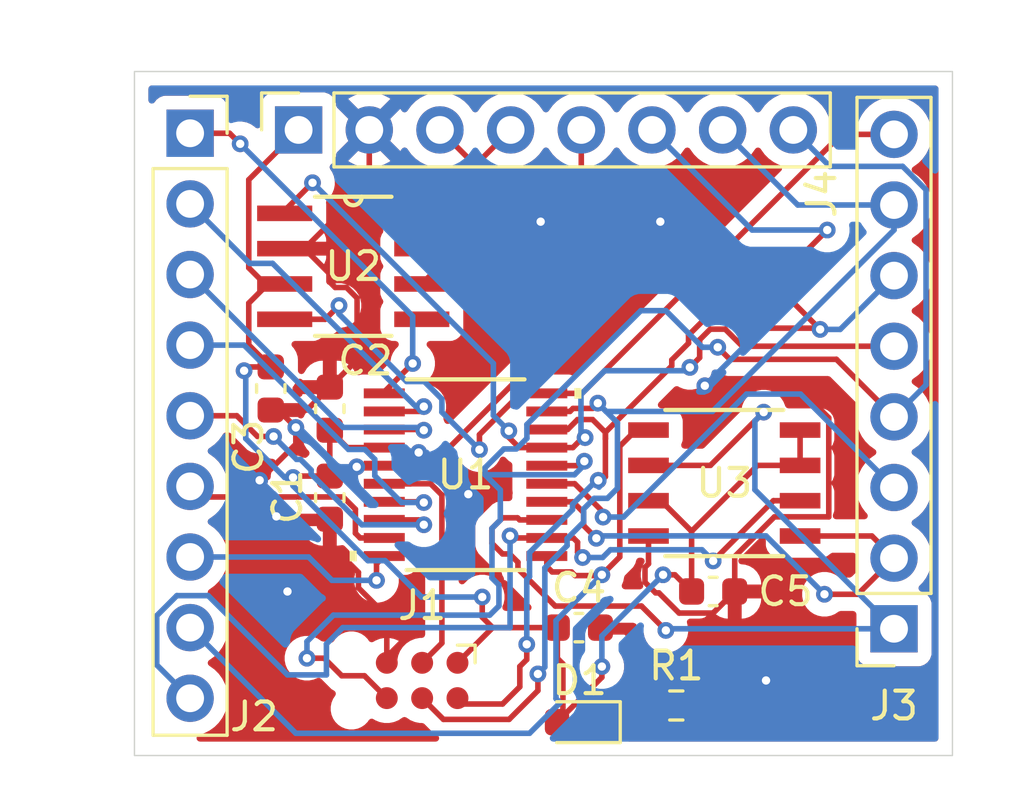
<source format=kicad_pcb>
(kicad_pcb (version 20241229) (generator "pcbnew") (generator_version "9.0")
  (layers (0 "F.Cu" signal) (2 "B.Cu" signal) (13 "F.Paste" user) (15 "B.Paste" user) (5 "F.SilkS" user "F.Silkscreen") (7 "B.SilkS" user "B.Silkscreen") (1 "F.Mask" user) (3 "B.Mask" user) (25 "Edge.Cuts" user))
  (net 0 "")
  (net 1 "+3V3")
  (net 2 "GND")
  (net 3 "Net-(D1-K)")
  (net 4 "/SWCLK")
  (net 5 "/RESETB")
  (net 6 "/SWO")
  (net 7 "/SWDIO")
  (net 8 "/p9")
  (net 9 "/p2")
  (net 10 "/p8")
  (net 11 "/SCK")
  (net 12 "/p1")
  (net 13 "/p7")
  (net 14 "/p3")
  (net 15 "/p10")
  (net 16 "/FLASH_CE")
  (net 17 "/MISO")
  (net 18 "/MOSI")
  (net 19 "/CANRX")
  (net 20 "/CANTX")
  (net 21 "/p15")
  (net 22 "/CAN-")
  (net 23 "/CAN+")
  (footprint "footprints:TSSOP20_STM" (layer "F.Cu") (at 156.8 101.1)
    (property "Reference" "U1" (at 0 0 0) (layer "F.SilkS"))
    (property "Value" "STM32C092FCP6")
    (pad "1" smd rect (at -2.921 -2.925) (size 1.4732 0.3556) (layers "F.Cu" "F.Mask" "F.Paste") (net 12 "/p1"))
    (pad "2" smd rect (at -2.921 -2.274999) (size 1.4732 0.3556) (layers "F.Cu" "F.Mask" "F.Paste") (net 9 "/p2"))
    (pad "3" smd rect (at -2.921 -1.625001) (size 1.4732 0.3556) (layers "F.Cu" "F.Mask" "F.Paste") (net 14 "/p3"))
    (pad "4" smd rect (at -2.921 -0.974999) (size 1.4732 0.3556) (layers "F.Cu" "F.Mask" "F.Paste") (net 1 "+3V3"))
    (pad "5" smd rect (at -2.921 -0.325001) (size 1.4732 0.3556) (layers "F.Cu" "F.Mask" "F.Paste") (net 2 "GND"))
    (pad "6" smd rect (at -2.921 0.324998) (size 1.4732 0.3556) (layers "F.Cu" "F.Mask" "F.Paste") (net 5 "/RESETB"))
    (pad "7" smd rect (at -2.921 0.974999) (size 1.4732 0.3556) (layers "F.Cu" "F.Mask" "F.Paste") (net 13 "/p7"))
    (pad "8" smd rect (at -2.921 1.624998) (size 1.4732 0.3556) (layers "F.Cu" "F.Mask" "F.Paste") (net 10 "/p8"))
    (pad "9" smd rect (at -2.921 2.274999) (size 1.4732 0.3556) (layers "F.Cu" "F.Mask" "F.Paste") (net 8 "/p9"))
    (pad "10" smd rect (at -2.921 2.924998) (size 1.4732 0.3556) (layers "F.Cu" "F.Mask" "F.Paste") (net 15 "/p10"))
    (pad "11" smd rect (at 2.921 2.925) (size 1.4732 0.3556) (layers "F.Cu" "F.Mask" "F.Paste") (net 16 "/FLASH_CE"))
    (pad "12" smd rect (at 2.921 2.275002) (size 1.4732 0.3556) (layers "F.Cu" "F.Mask" "F.Paste") (net 11 "/SCK"))
    (pad "13" smd rect (at 2.921 1.625001) (size 1.4732 0.3556) (layers "F.Cu" "F.Mask" "F.Paste") (net 17 "/MISO"))
    (pad "14" smd rect (at 2.921 0.975002) (size 1.4732 0.3556) (layers "F.Cu" "F.Mask" "F.Paste") (net 18 "/MOSI"))
    (pad "15" smd rect (at 2.921 0.325001) (size 1.4732 0.3556) (layers "F.Cu" "F.Mask" "F.Paste") (net 21 "/p15"))
    (pad "16" smd rect (at 2.921 -0.324998) (size 1.4732 0.3556) (layers "F.Cu" "F.Mask" "F.Paste") (net 6 "/SWO"))
    (pad "17" smd rect (at 2.921 -0.974999) (size 1.4732 0.3556) (layers "F.Cu" "F.Mask" "F.Paste") (net 20 "/CANTX"))
    (pad "18" smd rect (at 2.921 -1.624998) (size 1.4732 0.3556) (layers "F.Cu" "F.Mask" "F.Paste") (net 7 "/SWDIO"))
    (pad "19" smd rect (at 2.921 -2.274999) (size 1.4732 0.3556) (layers "F.Cu" "F.Mask" "F.Paste") (net 4 "/SWCLK"))
    (pad "20" smd rect (at 2.921 -2.924998) (size 1.4732 0.3556) (layers "F.Cu" "F.Mask" "F.Paste") (net 19 "/CANRX"))
  )
  (footprint "Connector_PinSocket_2.54mm:PinSocket_1x09_P2.54mm_Vertical" (layer "F.Cu") (at 146.9 88.82)
    (property "Reference" "J2" (at 2.3 20.98 0) (layer "F.SilkS"))
    (property "Value" "Conn_01x09")
    (pad "1" thru_hole rect (at 0 0) (size 1.7 1.7) (drill 1) (layers "*.Cu" "*.Mask") (net 12 "/p1"))
    (pad "2" thru_hole circle (at 0 2.54) (size 1.7 1.7) (drill 1) (layers "*.Cu" "*.Mask") (net 9 "/p2"))
    (pad "3" thru_hole circle (at 0 5.08) (size 1.7 1.7) (drill 1) (layers "*.Cu" "*.Mask") (net 14 "/p3"))
    (pad "4" thru_hole circle (at 0 7.62) (size 1.7 1.7) (drill 1) (layers "*.Cu" "*.Mask") (net 13 "/p7"))
    (pad "5" thru_hole circle (at 0 10.16) (size 1.7 1.7) (drill 1) (layers "*.Cu" "*.Mask") (net 10 "/p8"))
    (pad "6" thru_hole circle (at 0 12.7) (size 1.7 1.7) (drill 1) (layers "*.Cu" "*.Mask") (net 8 "/p9"))
    (pad "7" thru_hole circle (at 0 15.24) (size 1.7 1.7) (drill 1) (layers "*.Cu" "*.Mask") (net 15 "/p10"))
    (pad "8" thru_hole circle (at 0 17.78) (size 1.7 1.7) (drill 1) (layers "*.Cu" "*.Mask") (net 16 "/FLASH_CE"))
    (pad "9" thru_hole circle (at 0 20.32) (size 1.7 1.7) (drill 1) (layers "*.Cu" "*.Mask") (net 11 "/SCK"))
  )
  (footprint "Capacitor_SMD:C_0603_1608Metric" (layer "F.Cu") (at 151.921 98.725 90)
    (property "Reference" "C2" (at 1.725 1.279 180) (layer "F.SilkS"))
    (property "Value" "10u")
    (pad "1" smd roundrect (at -0.775 0 90) (size 0.9 0.95) (layers "F.Cu" "F.Mask" "F.Paste") (net 1 "+3V3"))
    (pad "2" smd roundrect (at 0.775 0 90) (size 0.9 0.95) (layers "F.Cu" "F.Mask" "F.Paste") (net 2 "GND"))
  )
  (footprint "Capacitor_SMD:C_0603_1608Metric" (layer "F.Cu") (at 151.921 101.925 -90)
    (property "Reference" "C1" (at -0.025 1.521 90) (layer "F.SilkS"))
    (property "Value" "100n")
    (pad "1" smd roundrect (at -0.775 0 270) (size 0.9 0.95) (layers "F.Cu" "F.Mask" "F.Paste") (net 1 "+3V3"))
    (pad "2" smd roundrect (at 0.775 0 270) (size 0.9 0.95) (layers "F.Cu" "F.Mask" "F.Paste") (net 2 "GND"))
  )
  (footprint "footprints:SOIC8_SA_SST_MCH" (layer "F.Cu") (at 166.1 101.4)
    (property "Reference" "U3" (at 0 0 0) (layer "F.SilkS"))
    (property "Value" "SST25PF020B-80-4C-SAE")
    (pad "1" smd rect (at -2.72415 -1.905) (size 1.4605 0.5588) (layers "F.Cu" "F.Mask" "F.Paste") (net 16 "/FLASH_CE"))
    (pad "2" smd rect (at -2.72415 -0.635) (size 1.4605 0.5588) (layers "F.Cu" "F.Mask" "F.Paste") (net 17 "/MISO"))
    (pad "3" smd rect (at -2.72415 0.635) (size 1.4605 0.5588) (layers "F.Cu" "F.Mask" "F.Paste") (net 1 "+3V3"))
    (pad "4" smd rect (at -2.72415 1.905) (size 1.4605 0.5588) (layers "F.Cu" "F.Mask" "F.Paste") (net 2 "GND"))
    (pad "5" smd rect (at 2.72415 1.905) (size 1.4605 0.5588) (layers "F.Cu" "F.Mask" "F.Paste") (net 18 "/MOSI"))
    (pad "6" smd rect (at 2.72415 0.635) (size 1.4605 0.5588) (layers "F.Cu" "F.Mask" "F.Paste") (net 11 "/SCK"))
    (pad "7" smd rect (at 2.72415 -0.635) (size 1.4605 0.5588) (layers "F.Cu" "F.Mask" "F.Paste") (net 1 "+3V3"))
    (pad "8" smd rect (at 2.72415 -1.905) (size 1.4605 0.5588) (layers "F.Cu" "F.Mask" "F.Paste") (net 1 "+3V3"))
  )
  (footprint "Capacitor_SMD:C_0603_1608Metric" (layer "F.Cu") (at 165.7 105.3)
    (property "Reference" "C5" (at 2.6 0 0) (layer "F.SilkS"))
    (property "Value" "100n")
    (pad "1" smd roundrect (at -0.775 0) (size 0.9 0.95) (layers "F.Cu" "F.Mask" "F.Paste") (net 1 "+3V3"))
    (pad "2" smd roundrect (at 0.775 0) (size 0.9 0.95) (layers "F.Cu" "F.Mask" "F.Paste") (net 2 "GND"))
  )
  (footprint "Connector_PinSocket_2.54mm:PinSocket_1x08_P2.54mm_Vertical" (layer "F.Cu") (at 172.2 106.64 180)
    (property "Reference" "J3" (at 0 -2.77 0) (layer "F.SilkS"))
    (property "Value" "Conn_01x08")
    (pad "1" thru_hole rect (at 0 0 180) (size 1.7 1.7) (drill 1) (layers "*.Cu" "*.Mask") (net 17 "/MISO"))
    (pad "2" thru_hole circle (at 0 2.54 180) (size 1.7 1.7) (drill 1) (layers "*.Cu" "*.Mask") (net 18 "/MOSI"))
    (pad "3" thru_hole circle (at 0 5.08 180) (size 1.7 1.7) (drill 1) (layers "*.Cu" "*.Mask") (net 21 "/p15"))
    (pad "4" thru_hole circle (at 0 7.62 180) (size 1.7 1.7) (drill 1) (layers "*.Cu" "*.Mask") (net 6 "/SWO"))
    (pad "5" thru_hole circle (at 0 10.16 180) (size 1.7 1.7) (drill 1) (layers "*.Cu" "*.Mask") (net 20 "/CANTX"))
    (pad "6" thru_hole circle (at 0 12.7 180) (size 1.7 1.7) (drill 1) (layers "*.Cu" "*.Mask") (net 7 "/SWDIO"))
    (pad "7" thru_hole circle (at 0 15.24 180) (size 1.7 1.7) (drill 1) (layers "*.Cu" "*.Mask") (net 4 "/SWCLK"))
    (pad "8" thru_hole circle (at 0 17.78 180) (size 1.7 1.7) (drill 1) (layers "*.Cu" "*.Mask") (net 19 "/CANRX"))
  )
  (footprint "LED_SMD:LED_0603_1608Metric" (layer "F.Cu") (at 160.875 110 180)
    (property "Reference" "D1" (at -0.025 1.5 0) (layer "F.SilkS"))
    (property "Value" "LED")
    (pad "1" smd roundrect (at -0.7875 0 180) (size 0.875 0.95) (layers "F.Cu" "F.Mask" "F.Paste") (net 3 "Net-(D1-K)"))
    (pad "2" smd roundrect (at 0.7875 0 180) (size 0.875 0.95) (layers "F.Cu" "F.Mask" "F.Paste") (net 1 "+3V3"))
  )
  (footprint "Connector:Tag-Connect_TC2030-IDC-NL_2x03_P1.27mm_Vertical" (layer "F.Cu") (at 155.24 108.5 180)
    (property "Reference" "J1" (at 0 2.7 0) (layer "F.SilkS"))
    (property "Value" "Conn_ARM_SWD_TagConnect_TC2030-NL")
    (pad "" np_thru_hole circle (at -2.54 0 180) (size 0.9906 0.9906) (drill 0.9906) (layers "*.Cu" "*.Mask"))
    (pad "" np_thru_hole circle (at 2.54 -1.016 180) (size 0.9906 0.9906) (drill 0.9906) (layers "*.Cu" "*.Mask"))
    (pad "" np_thru_hole circle (at 2.54 1.016 180) (size 0.9906 0.9906) (drill 0.9906) (layers "*.Cu" "*.Mask"))
    (pad "1" connect circle (at -1.27 0.635 180) (size 0.7874 0.7874) (layers "F.Cu" "F.Mask") (net 1 "+3V3"))
    (pad "2" connect circle (at -1.27 -0.635 180) (size 0.7874 0.7874) (layers "F.Cu" "F.Mask") (net 7 "/SWDIO"))
    (pad "3" connect circle (at 0 0.635 180) (size 0.7874 0.7874) (layers "F.Cu" "F.Mask") (net 5 "/RESETB"))
    (pad "4" connect circle (at 0 -0.635 180) (size 0.7874 0.7874) (layers "F.Cu" "F.Mask") (net 4 "/SWCLK"))
    (pad "5" connect circle (at 1.27 0.635 180) (size 0.7874 0.7874) (layers "F.Cu" "F.Mask") (net 2 "GND"))
    (pad "6" connect circle (at 1.27 -0.635 180) (size 0.7874 0.7874) (layers "F.Cu" "F.Mask") (net 6 "/SWO"))
    (zone (net 0) (net_name "") (layer "F.Cu") (connect_pads (clearance 0)) (min_thickness 0.254)
      (keepout (tracks allowed) (vias not_allowed) (pads allowed) (copperpour not_allowed) (footprints not_allowed))
      (fill (thermal_gap 0.508) (thermal_bridge_width 0.508))
      (polygon (pts (xy 153.97 109.135) (xy 156.51 109.135) (xy 156.51 107.865) (xy 153.97 107.865)))
    )
  )
  (footprint "Capacitor_SMD:C_0603_1608Metric" (layer "F.Cu") (at 149.8 98 -90)
    (property "Reference" "C3" (at 2.1 0.8 90) (layer "F.SilkS"))
    (property "Value" "100n")
    (pad "1" smd roundrect (at -0.775 0 270) (size 0.9 0.95) (layers "F.Cu" "F.Mask" "F.Paste") (net 1 "+3V3"))
    (pad "2" smd roundrect (at 0.775 0 270) (size 0.9 0.95) (layers "F.Cu" "F.Mask" "F.Paste") (net 2 "GND"))
  )
  (footprint "Capacitor_SMD:C_0603_1608Metric" (layer "F.Cu") (at 160.875 106.6)
    (property "Reference" "C4" (at 0 -1.43 0) (layer "F.SilkS"))
    (property "Value" "100n")
    (pad "1" smd roundrect (at -0.775 0) (size 0.9 0.95) (layers "F.Cu" "F.Mask" "F.Paste") (net 1 "+3V3"))
    (pad "2" smd roundrect (at 0.775 0) (size 0.9 0.95) (layers "F.Cu" "F.Mask" "F.Paste") (net 2 "GND"))
  )
  (footprint "Connector_PinSocket_2.54mm:PinSocket_1x08_P2.54mm_Vertical" (layer "F.Cu") (at 150.8 88.7 90)
    (property "Reference" "J4" (at -2.3 18.8 90) (layer "F.SilkS"))
    (property "Value" "Conn_01x08")
    (pad "1" thru_hole rect (at 0 0 90) (size 1.7 1.7) (drill 1) (layers "*.Cu" "*.Mask") (net 1 "+3V3"))
    (pad "2" thru_hole circle (at 0 2.54 90) (size 1.7 1.7) (drill 1) (layers "*.Cu" "*.Mask") (net 2 "GND"))
    (pad "3" thru_hole circle (at 0 5.08 90) (size 1.7 1.7) (drill 1) (layers "*.Cu" "*.Mask") (net 23 "/CAN+"))
    (pad "4" thru_hole circle (at 0 7.62 90) (size 1.7 1.7) (drill 1) (layers "*.Cu" "*.Mask") (net 22 "/CAN-"))
    (pad "5" thru_hole circle (at 0 10.16 90) (size 1.7 1.7) (drill 1) (layers "*.Cu" "*.Mask") (net 5 "/RESETB"))
    (pad "6" thru_hole circle (at 0 12.7 90) (size 1.7 1.7) (drill 1) (layers "*.Cu" "*.Mask") (net 7 "/SWDIO"))
    (pad "7" thru_hole circle (at 0 15.24 90) (size 1.7 1.7) (drill 1) (layers "*.Cu" "*.Mask") (net 4 "/SWCLK"))
    (pad "8" thru_hole circle (at 0 17.78 90) (size 1.7 1.7) (drill 1) (layers "*.Cu" "*.Mask") (net 6 "/SWO"))
  )
  (footprint "footprints:D8" (layer "F.Cu") (at 152.7638 93.605)
    (property "Reference" "U2" (at 0 0 0) (layer "F.SilkS"))
    (property "Value" "SN65HVD232QDRG4Q1")
    (pad "1" smd rect (at -2.4638 -1.905) (size 1.9812 0.5588) (layers "F.Cu" "F.Mask" "F.Paste") (net 20 "/CANTX"))
    (pad "2" smd rect (at -2.4638 -0.635) (size 1.9812 0.5588) (layers "F.Cu" "F.Mask" "F.Paste") (net 2 "GND"))
    (pad "3" smd rect (at -2.4638 0.635) (size 1.9812 0.5588) (layers "F.Cu" "F.Mask" "F.Paste") (net 1 "+3V3"))
    (pad "4" smd rect (at -2.4638 1.905) (size 1.9812 0.5588) (layers "F.Cu" "F.Mask" "F.Paste") (net 19 "/CANRX"))
    (pad "5" smd rect (at 2.4638 1.905) (size 1.9812 0.5588) (layers "F.Cu" "F.Mask" "F.Paste"))
    (pad "6" smd rect (at 2.4638 0.635) (size 1.9812 0.5588) (layers "F.Cu" "F.Mask" "F.Paste") (net 22 "/CAN-"))
    (pad "7" smd rect (at 2.4638 -0.635) (size 1.9812 0.5588) (layers "F.Cu" "F.Mask" "F.Paste") (net 23 "/CAN+"))
    (pad "8" smd rect (at 2.4638 -1.905) (size 1.9812 0.5588) (layers "F.Cu" "F.Mask" "F.Paste"))
  )
  (footprint "Resistor_SMD:R_0603_1608Metric" (layer "F.Cu") (at 164.375 109.4)
    (property "Reference" "R1" (at 0 -1.43 0) (layer "F.SilkS"))
    (property "Value" "1k")
    (pad "1" smd roundrect (at -0.825 0) (size 0.8 0.95) (layers "F.Cu" "F.Mask" "F.Paste") (net 3 "Net-(D1-K)"))
    (pad "2" smd roundrect (at 0.825 0) (size 0.8 0.95) (layers "F.Cu" "F.Mask" "F.Paste") (net 2 "GND"))
  )
  (gr_rect (start 144.9 86.6) (end 174.3 111.2) (stroke (width 0.05)) (fill no) (layer "Edge.Cuts"))
  (segment (start 168.82415 100.765) (end 167.2933 100.765) (width 0.2) (layer "F.Cu") (net 1))
  (segment (start 149.8 97.225) (end 148.975 97.225) (width 0.2) (layer "F.Cu") (net 1))
  (segment (start 168.82415 99.495) (end 168.82415 100.765) (width 0.2) (layer "F.Cu") (net 1))
  (segment (start 150.65 101.15) (end 150.6 101.2) (width 0.2) (layer "F.Cu") (net 1))
  (segment (start 152.546001 100.125001) (end 151.921 99.5) (width 0.2) (layer "F.Cu") (net 1))
  (segment (start 167.2933 100.765) (end 164.925 103.1333) (width 0.2) (layer "F.Cu") (net 1))
  (segment (start 160.1 107.703441) (end 160.3 107.903441) (width 0.2) (layer "F.Cu") (net 1))
  (segment (start 163.9 104.7) (end 164.325 104.7) (width 0.2) (layer "F.Cu") (net 1))
  (segment (start 149.5888 94.24) (end 150.3 94.24) (width 0.2) (layer "F.Cu") (net 1))
  (segment (start 161.7 108.3875) (end 161.7 108) (width 0.2) (layer "F.Cu") (net 1))
  (segment (start 151.921 101.15) (end 150.65 101.15) (width 0.2) (layer "F.Cu") (net 1))
  (segment (start 157.4 106.225) (end 157.775 106.6) (width 0.2) (layer "F.Cu") (net 1))
  (segment (start 164.325 104.7) (end 164.925 105.3) (width 0.2) (layer "F.Cu") (net 1))
  (segment (start 149.0084 94.9296) (end 149.0084 96.4334) (width 0.2) (layer "F.Cu") (net 1))
  (segment (start 149.0084 90.4916) (end 149.0084 93.6596) (width 0.2) (layer "F.Cu") (net 1))
  (segment (start 151.921 101.15) (end 151.921 99.5) (width 0.2) (layer "F.Cu") (net 1))
  (segment (start 153.879 100.125001) (end 152.546001 100.125001) (width 0.2) (layer "F.Cu") (net 1))
  (segment (start 150.3 94.24) (end 149.698 94.24) (width 0.2) (layer "F.Cu") (net 1))
  (segment (start 160.3 109.7875) (end 160.0875 110) (width 0.2) (layer "F.Cu") (net 1))
  (segment (start 150.8 88.7) (end 149.0084 90.4916) (width 0.2) (layer "F.Cu") (net 1))
  (segment (start 164.925 105.3) (end 164.925 103.1333) (width 0.2) (layer "F.Cu") (net 1))
  (segment (start 149.698 94.24) (end 149.0084 94.9296) (width 0.2) (layer "F.Cu") (net 1))
  (segment (start 157.4 105.5) (end 157.4 106.225) (width 0.2) (layer "F.Cu") (net 1))
  (segment (start 156.51 107.865) (end 157.775 106.6) (width 0.2) (layer "F.Cu") (net 1))
  (segment (start 164.925 103.1333) (end 163.8267 102.035) (width 0.2) (layer "F.Cu") (net 1))
  (segment (start 149.0084 96.4334) (end 149.8 97.225) (width 0.2) (layer "F.Cu") (net 1))
  (segment (start 157.775 106.6) (end 160.1 106.6) (width 0.2) (layer "F.Cu") (net 1))
  (segment (start 148.975 97.225) (end 148.84038 97.35962) (width 0.2) (layer "F.Cu") (net 1))
  (segment (start 160.0875 110) (end 161.7 108.3875) (width 0.2) (layer "F.Cu") (net 1))
  (segment (start 149.0084 93.6596) (end 149.5888 94.24) (width 0.2) (layer "F.Cu") (net 1))
  (segment (start 163.8267 102.035) (end 163.37585 102.035) (width 0.2) (layer "F.Cu") (net 1))
  (segment (start 160.3 107.903441) (end 160.3 109.7875) (width 0.2) (layer "F.Cu") (net 1))
  (segment (start 160.1 106.6) (end 160.1 107.703441) (width 0.2) (layer "F.Cu") (net 1))
  (via (at 157.4 105.5) (size 0.6) (drill 0.3) (layers "F.Cu" "B.Cu") (net 1))
  (via (at 163.9 104.7) (size 0.6) (drill 0.3) (layers "F.Cu" "B.Cu") (net 1))
  (via (at 150.6 101.2) (size 0.6) (drill 0.3) (layers "F.Cu" "B.Cu") (net 1))
  (via (at 161.7 108) (size 0.6) (drill 0.3) (layers "F.Cu" "B.Cu") (net 1))
  (via (at 148.84038 97.35962) (size 0.6) (drill 0.3) (layers "F.Cu" "B.Cu") (net 1))
  (segment (start 161.7 106.9) (end 163.9 104.7) (width 0.2) (layer "B.Cu") (net 1))
  (segment (start 150.6 101.5) (end 150.6 101.2) (width 0.2) (layer "B.Cu") (net 1))
  (segment (start 148.84038 97.35962) (end 148.9 97.41924) (width 0.2) (layer "B.Cu") (net 1))
  (segment (start 150.3 101.2) (end 150.6 101.2) (width 0.2) (layer "B.Cu") (net 1))
  (segment (start 157.4 105.5) (end 155.219239 105.5) (width 0.2) (layer "B.Cu") (net 1))
  (segment (start 148.9 99.8) (end 150.3 101.2) (width 0.2) (layer "B.Cu") (net 1))
  (segment (start 155.219239 105.5) (end 153.909619 104.19038) (width 0.2) (layer "B.Cu") (net 1))
  (segment (start 153.29038 104.19038) (end 150.6 101.5) (width 0.2) (layer "B.Cu") (net 1))
  (segment (start 161.7 108) (end 161.7 106.9) (width 0.2) (layer "B.Cu") (net 1))
  (segment (start 148.9 97.41924) (end 148.9 99.8) (width 0.2) (layer "B.Cu") (net 1))
  (segment (start 153.909619 104.19038) (end 153.29038 104.19038) (width 0.2) (layer "B.Cu") (net 1))
  (segment (start 152.95 105.169239) (end 152.95 104.612398) (width 0.2) (layer "F.Cu") (net 2))
  (segment (start 150.1 102.7) (end 150 102.6) (width 0.2) (layer "F.Cu") (net 2))
  (segment (start 167.9021 102.6154) (end 169.8554 102.6154) (width 0.2) (layer "F.Cu") (net 2))
  (segment (start 164.47589 106.076) (end 165.699 106.076) (width 0.2) (layer "F.Cu") (net 2))
  (segment (start 169.8554 102.6154) (end 169.8554 99.0554) (width 0.2) (layer "F.Cu") (net 2))
  (segment (start 162.4 106.6) (end 165.2 109.4) (width 0.2) (layer "F.Cu") (net 2))
  (segment (start 168.5 97.7) (end 167.9 97.7) (width 0.2) (layer "F.Cu") (net 2))
  (segment (start 151.921 102.7) (end 150.1 102.7) (width 0.2) (layer "F.Cu") (net 2))
  (segment (start 152.95 104.612398) (end 151.921 103.583398) (width 0.2) (layer "F.Cu") (net 2))
  (segment (start 167.9 97.7) (end 165.6 97.7) (width 0.2) (layer "F.Cu") (net 2))
  (segment (start 152.520739 94.36621) (end 152.9015 94.746971) (width 0.2) (layer "F.Cu") (net 2))
  (segment (start 153.837529 100.81647) (end 153.879 100.774999) (width 0.2) (layer "F.Cu") (net 2))
  (segment (start 152.9015 96.9695) (end 151.921 97.95) (width 0.2) (layer "F.Cu") (net 2))
  (segment (start 152.888484 100.81647) (end 153.837529 100.81647) (width 0.2) (layer "F.Cu") (net 2))
  (segment (start 152.9015 94.746971) (end 152.9015 96.9695) (width 0.2) (layer "F.Cu") (net 2))
  (segment (start 150.7 100) (end 149.4 101.3) (width 0.2) (layer "F.Cu") (net 2))
  (segment (start 149.8 98.775) (end 150.075 98.775) (width 0.2) (layer "F.Cu") (net 2))
  (segment (start 151.096 98.775) (end 151.921 97.95) (width 0.2) (layer "F.Cu") (net 2))
  (segment (start 165.2 106.575) (end 166.475 105.3) (width 0.2) (layer "F.Cu") (net 2))
  (segment (start 154.640603 100.774999) (end 155.115602 100.3) (width 0.2) (layer "F.Cu") (net 2))
  (segment (start 151.0112 92.97) (end 150.3 92.97) (width 0.2) (layer "F.Cu") (net 2))
  (segment (start 153.97 106.189239) (end 152.95 105.169239) (width 0.2) (layer "F.Cu") (net 2))
  (segment (start 163.630761 105.35) (end 163.74989 105.35) (width 0.2) (layer "F.Cu") (net 2))
  (segment (start 153.879 100.774999) (end 154.640603 100.774999) (width 0.2) (layer "F.Cu") (net 2))
  (segment (start 151.0112 92.97) (end 151.921 93.8798) (width 0.2) (layer "F.Cu") (net 2))
  (segment (start 150.7 99.4) (end 150.7 100) (width 0.2) (layer "F.Cu") (net 2))
  (segment (start 149.8 98.775) (end 151.096 98.775) (width 0.2) (layer "F.Cu") (net 2))
  (segment (start 163.37585 103.305) (end 163.37585 104.304911) (width 0.2) (layer "F.Cu") (net 2))
  (segment (start 163.25 104.969239) (end 163.630761 105.35) (width 0.2) (layer "F.Cu") (net 2))
  (segment (start 166.475 104.0425) (end 167.9021 102.6154) (width 0.2) (layer "F.Cu") (net 2))
  (segment (start 161.65 106.6) (end 162.4 106.6) (width 0.2) (layer "F.Cu") (net 2))
  (segment (start 169.8554 99.0554) (end 168.5 97.7) (width 0.2) (layer "F.Cu") (net 2))
  (segment (start 153.34 90.6412) (end 151.0112 92.97) (width 0.2) (layer "F.Cu") (net 2))
  (segment (start 152.115069 94.36621) (end 152.520739 94.36621) (width 0.2) (layer "F.Cu") (net 2))
  (segment (start 163.74989 105.35) (end 164.47589 106.076) (width 0.2) (layer "F.Cu") (net 2))
  (segment (start 165.2 109.4) (end 165.2 106.575) (width 0.2) (layer "F.Cu") (net 2))
  (segment (start 151.921 103.583398) (end 151.921 102.7) (width 0.2) (layer "F.Cu") (net 2))
  (segment (start 163.37585 104.304911) (end 163.25 104.430761) (width 0.2) (layer "F.Cu") (net 2))
  (segment (start 151.921 94.172141) (end 152.115069 94.36621) (width 0.2) (layer "F.Cu") (net 2))
  (segment (start 163.25 104.430761) (end 163.25 104.969239) (width 0.2) (layer "F.Cu") (net 2))
  (segment (start 166.475 105.3) (end 166.475 104.0425) (width 0.2) (layer "F.Cu") (net 2))
  (segment (start 151.921 93.8798) (end 151.921 94.172141) (width 0.2) (layer "F.Cu") (net 2))
  (segment (start 153.97 107.865) (end 153.97 106.189239) (width 0.2) (layer "F.Cu") (net 2))
  (segment (start 165.699 106.076) (end 166.475 105.3) (width 0.2) (layer "F.Cu") (net 2))
  (segment (start 150.075 98.775) (end 150.7 99.4) (width 0.2) (layer "F.Cu") (net 2))
  (segment (start 165.6 97.7) (end 165.4 97.9) (width 0.2) (layer "F.Cu") (net 2))
  (segment (start 153.34 88.7) (end 153.34 90.6412) (width 0.2) (layer "F.Cu") (net 2))
  (via (at 167.6 108.5) (size 0.6) (drill 0.3) (layers "F.Cu" "B.Cu") (net 2))
  (via (at 163.8 92) (size 0.6) (drill 0.3) (layers "F.Cu" "B.Cu") (net 2))
  (via (at 149.4 101.3) (size 0.6) (drill 0.3) (layers "F.Cu" "B.Cu") (net 2))
  (via (at 159.5 92) (size 0.6) (drill 0.3) (layers "F.Cu" "B.Cu") (net 2))
  (via (at 150.4 105.3) (size 0.6) (drill 0.3) (layers "F.Cu" "B.Cu") (net 2))
  (via (at 165.4 97.9) (size 0.6) (drill 0.3) (layers "F.Cu" "B.Cu") (net 2))
  (via (at 150 102.6) (size 0.6) (drill 0.3) (layers "F.Cu" "B.Cu") (net 2))
  (via (at 152.888484 100.81647) (size 0.6) (drill 0.3) (layers "F.Cu" "B.Cu") (net 2))
  (via (at 155.115602 100.3) (size 0.6) (drill 0.3) (layers "F.Cu" "B.Cu") (net 2))
  (via (at 150.7 99.4) (size 0.6) (drill 0.3) (layers "F.Cu" "B.Cu") (net 2))
  (via (at 156.9 101.8) (size 0.6) (drill 0.3) (layers "F.Cu" "B.Cu") (net 2))
  (segment (start 158.44 93.8) (end 153.34 88.7) (width 0.2) (layer "B.Cu") (net 2))
  (segment (start 166.9 93.8) (end 158.44 93.8) (width 0.2) (layer "B.Cu") (net 2))
  (segment (start 149.4 102) (end 150 102.6) (width 0.2) (layer "B.Cu") (net 2))
  (segment (start 150.7 99.4) (end 152.11647 100.81647) (width 0.2) (layer "B.Cu") (net 2))
  (segment (start 149.4 101.3) (end 149.4 102) (width 0.2) (layer "B.Cu") (net 2))
  (segment (start 155.4 100.3) (end 156.9 101.8) (width 0.2) (layer "B.Cu") (net 2))
  (segment (start 152.11647 100.81647) (end 152.888484 100.81647) (width 0.2) (layer "B.Cu") (net 2))
  (segment (start 155.115602 100.3) (end 155.4 100.3) (width 0.2) (layer "B.Cu") (net 2))
  (segment (start 166.9 96.4) (end 166.9 93.8) (width 0.2) (layer "B.Cu") (net 2))
  (segment (start 165.4 97.9) (end 166.9 96.4) (width 0.2) (layer "B.Cu") (net 2))
  (segment (start 163.55 109.4) (end 162.2625 109.4) (width 0.2) (layer "F.Cu") (net 3))
  (segment (start 162.2625 109.4) (end 161.6625 110) (width 0.2) (layer "F.Cu") (net 3))
  (segment (start 156.005 109.9) (end 158.365686 109.9) (width 0.2) (layer "F.Cu") (net 4))
  (segment (start 158.365686 109.9) (end 159.401001 108.864685) (width 0.2) (layer "F.Cu") (net 4))
  (segment (start 161.364983 98.715777) (end 161.554072 98.526688) (width 0.2) (layer "F.Cu") (net 4))
  (segment (start 160.552626 98.825001) (end 160.661851 98.715777) (width 0.2) (layer "F.Cu") (net 4))
  (segment (start 159.401001 108.864685) (end 159.401001 108.265653) (width 0.2) (layer "F.Cu") (net 4))
  (segment (start 155.24 109.135) (end 156.005 109.9) (width 0.2) (layer "F.Cu") (net 4))
  (segment (start 160.661851 98.715777) (end 161.364983 98.715777) (width 0.2) (layer "F.Cu") (net 4))
  (segment (start 159.721 98.825001) (end 160.552626 98.825001) (width 0.2) (layer "F.Cu") (net 4))
  (via (at 159.401001 108.265653) (size 0.6) (drill 0.3) (layers "F.Cu" "B.Cu") (net 4))
  (via (at 161.554072 98.526688) (size 0.6) (drill 0.3) (layers "F.Cu" "B.Cu") (net 4))
  (segment (start 161.852386 98.825002) (end 161.554072 98.526688) (width 0.2) (layer "B.Cu") (net 4))
  (segment (start 166.04 88.7) (end 168.74 91.4) (width 0.2) (layer "B.Cu") (net 4))
  (segment (start 172.2 91.4) (end 172.2 92.3) (width 0.2) (layer "B.Cu") (net 4))
  (segment (start 162.25962 101.588393) (end 161.898013 101.95) (width 0.2) (layer "B.Cu") (net 4))
  (segment (start 161.898013 101.95) (end 161.425361 101.95) (width 0.2) (layer "B.Cu") (net 4))
  (segment (start 172.2 92.3) (end 165.674998 98.825002) (width 0.2) (layer "B.Cu") (net 4))
  (segment (start 161.0446 102.330761) (end 161.0446 102.803413) (width 0.2) (layer "B.Cu") (net 4))
  (segment (start 160.45 103.398013) (end 160.45 103.65) (width 0.2) (layer "B.Cu") (net 4))
  (segment (start 168.74 91.4) (end 172.2 91.4) (width 0.2) (layer "B.Cu") (net 4))
  (segment (start 160.45 103.65) (end 159.65 104.45) (width 0.2) (layer "B.Cu") (net 4))
  (segment (start 161.554072 98.526688) (end 162.25962 99.232236) (width 0.2) (layer "B.Cu") (net 4))
  (segment (start 165.674998 98.825002) (end 161.852386 98.825002) (width 0.2) (layer "B.Cu") (net 4))
  (segment (start 161.425361 101.95) (end 161.0446 102.330761) (width 0.2) (layer "B.Cu") (net 4))
  (segment (start 162.25962 99.232236) (end 162.25962 101.588393) (width 0.2) (layer "B.Cu") (net 4))
  (segment (start 161.0446 102.803413) (end 160.45 103.398013) (width 0.2) (layer "B.Cu") (net 4))
  (segment (start 159.65 104.45) (end 159.65 108.016654) (width 0.2) (layer "B.Cu") (net 4))
  (segment (start 159.65 108.016654) (end 159.401001 108.265653) (width 0.2) (layer "B.Cu") (net 4))
  (segment (start 155.95 101.830761) (end 155.544237 101.424998) (width 0.2) (layer "F.Cu") (net 5))
  (segment (start 154.8156 101.424998) (end 153.879 101.424998) (width 0.2) (layer "F.Cu") (net 5))
  (segment (start 160.96 95.374841) (end 155.384841 100.95) (width 0.2) (layer "F.Cu") (net 5))
  (segment (start 155.24 107.865) (end 155.95 107.155) (width 0.2) (layer "F.Cu") (net 5))
  (segment (start 154.8156 101.424998) (end 153.879 101.424998) (width 0.2) (layer "F.Cu") (net 5))
  (segment (start 155.544237 101.424998) (end 154.8156 101.424998) (width 0.2) (layer "F.Cu") (net 5))
  (segment (start 155.384841 100.95) (end 155.290598 100.95) (width 0.2) (layer "F.Cu") (net 5))
  (segment (start 155.290598 100.95) (end 154.8156 101.424998) (width 0.2) (layer "F.Cu") (net 5))
  (segment (start 155.95 107.155) (end 155.95 101.830761) (width 0.2) (layer "F.Cu") (net 5))
  (segment (start 160.96 88.7) (end 160.96 95.374841) (width 0.2) (layer "F.Cu") (net 5))
  (segment (start 166.298419 96.95) (end 165.86459 96.516171) (width 0.2) (layer "F.Cu") (net 6))
  (segment (start 151.719151 107.7) (end 151.1 107.7) (width 0.2) (layer "F.Cu") (net 6))
  (segment (start 152.349451 108.3303) (end 151.719151 107.7) (width 0.2) (layer "F.Cu") (net 6))
  (segment (start 170.13 96.95) (end 166.298419 96.95) (width 0.2) (layer "F.Cu") (net 6))
  (segment (start 153.97 109.135) (end 153.1653 108.3303) (width 0.2) (layer "F.Cu") (net 6))
  (segment (start 172.2 99.02) (end 170.13 96.95) (width 0.2) (layer "F.Cu") (net 6))
  (segment (start 153.1653 108.3303) (end 152.349451 108.3303) (width 0.2) (layer "F.Cu") (net 6))
  (segment (start 160.909686 100.775002) (end 161.069351 100.615337) (width 0.2) (layer "F.Cu") (net 6))
  (segment (start 159.721 100.775002) (end 160.909686 100.775002) (width 0.2) (layer "F.Cu") (net 6))
  (via (at 161.069351 100.615337) (size 0.6) (drill 0.3) (layers "F.Cu" "B.Cu") (net 6))
  (via (at 151.1 107.7) (size 0.6) (drill 0.3) (layers "F.Cu" "B.Cu") (net 6))
  (via (at 165.86459 96.516171) (size 0.6) (drill 0.3) (layers "F.Cu" "B.Cu") (net 6))
  (segment (start 161.069351 100.747733) (end 161.069351 100.615337) (width 0.2) (layer "B.Cu") (net 6))
  (segment (start 164 95.2) (end 165.316171 96.516171) (width 0.2) (layer "B.Cu") (net 6))
  (segment (start 158.05 102.730761) (end 157.75 103.030761) (width 0.2) (layer "B.Cu") (net 6))
  (segment (start 158.05 101.65) (end 158.05 102.730761) (width 0.2) (layer "B.Cu") (net 6))
  (segment (start 173.351 97.869) (end 172.2 99.02) (width 0.2) (layer "B.Cu") (net 6))
  (segment (start 157.75 103.030761) (end 157.75 104.815685) (width 0.2) (layer "B.Cu") (net 6))
  (segment (start 158.624207 100.173674) (end 159.004968 99.792913) (width 0.2) (layer "B.Cu") (net 6))
  (segment (start 169.891 90.011) (end 172.511 90.011) (width 0.2) (layer "B.Cu") (net 6))
  (segment (start 159.004968 99.295032) (end 163.1 95.2) (width 0.2) (layer "B.Cu") (net 6))
  (segment (start 157.75 104.815685) (end 158 105.065685) (width 0.2) (layer "B.Cu") (net 6))
  (segment (start 157.5 101.1) (end 158.05 101.65) (width 0.2) (layer "B.Cu") (net 6))
  (segment (start 165.316171 96.516171) (end 165.86459 96.516171) (width 0.2) (layer "B.Cu") (net 6))
  (segment (start 157.5 100.85) (end 158.176326 100.173674) (width 0.2) (layer "B.Cu") (net 6))
  (segment (start 159.004968 99.792913) (end 159.004968 99.295032) (width 0.2) (layer "B.Cu") (net 6))
  (segment (start 160.717084 101.1) (end 161.069351 100.747733) (width 0.2) (layer "B.Cu") (net 6))
  (segment (start 151.1 107.1) (end 151.1 107.7) (width 0.2) (layer "B.Cu") (net 6))
  (segment (start 158 105.065685) (end 158 105.819239) (width 0.2) (layer "B.Cu") (net 6))
  (segment (start 152.05 106.15) (end 151.1 107.1) (width 0.2) (layer "B.Cu") (net 6))
  (segment (start 172.511 90.011) (end 173.351 90.851) (width 0.2) (layer "B.Cu") (net 6))
  (segment (start 157.5 101.1) (end 157.5 100.85) (width 0.2) (layer "B.Cu") (net 6))
  (segment (start 157.5 101.1) (end 160.717084 101.1) (width 0.2) (layer "B.Cu") (net 6))
  (segment (start 168.58 88.7) (end 169.891 90.011) (width 0.2) (layer "B.Cu") (net 6))
  (segment (start 163.1 95.2) (end 164 95.2) (width 0.2) (layer "B.Cu") (net 6))
  (segment (start 158.176326 100.173674) (end 158.624207 100.173674) (width 0.2) (layer "B.Cu") (net 6))
  (segment (start 158 105.819239) (end 157.669239 106.15) (width 0.2) (layer "B.Cu") (net 6))
  (segment (start 157.669239 106.15) (end 152.05 106.15) (width 0.2) (layer "B.Cu") (net 6))
  (segment (start 173.351 90.851) (end 173.351 97.869) (width 0.2) (layer "B.Cu") (net 6))
  (segment (start 164.213025 96.971851) (end 164.81459 96.370286) (width 0.2) (layer "F.Cu") (net 7))
  (segment (start 165.429666 95.466171) (end 166.299515 95.466171) (width 0.2) (layer "F.Cu") (net 7))
  (segment (start 156.7213 109.3463) (end 158.130549 109.3463) (width 0.2) (layer "F.Cu") (net 7))
  (segment (start 158.751001 107.996414) (end 159 107.747415) (width 0.2) (layer "F.Cu") (net 7))
  (segment (start 156.51 109.135) (end 156.7213 109.3463) (width 0.2) (layer "F.Cu") (net 7))
  (segment (start 158.751001 108.725848) (end 158.751001 107.996414) (width 0.2) (layer "F.Cu") (net 7))
  (segment (start 168.6 94.93) (end 169.54462 95.87462) (width 0.2) (layer "F.Cu") (net 7))
  (segment (start 161.826707 101.173293) (end 161.697066 101.302934) (width 0.2) (layer "F.Cu") (net 7))
  (segment (start 161.826707 99.807468) (end 161.826707 99.57647) (width 0.2) (layer "F.Cu") (net 7))
  (segment (start 160.827536 99.115777) (end 160.468311 99.475002) (width 0.2) (layer "F.Cu") (net 7))
  (segment (start 166.663344 95.83) (end 169.5 95.83) (width 0.2) (layer "F.Cu") (net 7))
  (segment (start 164.81459 96.370286) (end 164.81459 96.081246) (width 0.2) (layer "F.Cu") (net 7))
  (segment (start 160.468311 99.475002) (end 159.721 99.475002) (width 0.2) (layer "F.Cu") (net 7))
  (segment (start 169.5 95.83) (end 169.54462 95.87462) (width 0.2) (layer "F.Cu") (net 7))
  (segment (start 161.826707 99.57647) (end 161.366014 99.115777) (width 0.2) (layer "F.Cu") (net 7))
  (segment (start 168.6 93.5) (end 168.6 94.93) (width 0.2) (layer "F.Cu") (net 7))
  (segment (start 161.366014 99.115777) (end 160.827536 99.115777) (width 0.2) (layer "F.Cu") (net 7))
  (segment (start 161.697066 101.302934) (end 161.569065 101.302934) (width 0.2) (layer "F.Cu") (net 7))
  (segment (start 166.299515 95.466171) (end 166.663344 95.83) (width 0.2) (layer "F.Cu") (net 7))
  (segment (start 164.213025 97.186975) (end 164.213025 96.971851) (width 0.2) (layer "F.Cu") (net 7))
  (segment (start 161.826707 99.573293) (end 164.213025 97.186975) (width 0.2) (layer "F.Cu") (net 7))
  (segment (start 159 107.747415) (end 159 107.2) (width 0.2) (layer "F.Cu") (net 7))
  (segment (start 158.130549 109.3463) (end 158.751001 108.725848) (width 0.2) (layer "F.Cu") (net 7))
  (segment (start 169.8 92.3) (end 168.6 93.5) (width 0.2) (layer "F.Cu") (net 7))
  (segment (start 161.826707 99.807468) (end 161.826707 101.173293) (width 0.2) (layer "F.Cu") (net 7))
  (segment (start 164.81459 96.081246) (end 165.429666 95.466171) (width 0.2) (layer "F.Cu") (net 7))
  (segment (start 161.826707 99.807468) (end 161.826707 99.573293) (width 0.2) (layer "F.Cu") (net 7))
  (via (at 169.54462 95.87462) (size 0.6) (drill 0.3) (layers "F.Cu" "B.Cu") (net 7))
  (via (at 159 107.2) (size 0.6) (drill 0.3) (layers "F.Cu" "B.Cu") (net 7))
  (via (at 161.569065 101.302934) (size 0.6) (drill 0.3) (layers "F.Cu" "B.Cu") (net 7))
  (via (at 169.8 92.3) (size 0.6) (drill 0.3) (layers "F.Cu" "B.Cu") (net 7))
  (segment (start 159 107.2) (end 159 104.865686) (width 0.2) (layer "B.Cu") (net 7))
  (segment (start 169.8 92.3) (end 167.1 92.3) (width 0.2) (layer "B.Cu") (net 7))
  (segment (start 167.1 92.3) (end 163.5 88.7) (width 0.2) (layer "B.Cu") (net 7))
  (segment (start 170.26538 95.87462) (end 169.54462 95.87462) (width 0.2) (layer "B.Cu") (net 7))
  (segment (start 160.6446 102.165075) (end 161.506741 101.302934) (width 0.2) (layer "B.Cu") (net 7))
  (segment (start 161.6 101.548) (end 161.569065 101.517065) (width 0.2) (layer "B.Cu") (net 7))
  (segment (start 161.569065 101.517065) (end 161.569065 101.302934) (width 0.2) (layer "B.Cu") (net 7))
  (segment (start 159.1 103.9) (end 160.6446 102.3554) (width 0.2) (layer "B.Cu") (net 7))
  (segment (start 172.2 93.94) (end 170.26538 95.87462) (width 0.2) (layer "B.Cu") (net 7))
  (segment (start 159 104.865686) (end 159.1 104.765686) (width 0.2) (layer "B.Cu") (net 7))
  (segment (start 160.6446 102.3554) (end 160.6446 102.165075) (width 0.2) (layer "B.Cu") (net 7))
  (segment (start 159.1 104.765686) (end 159.1 103.9) (width 0.2) (layer "B.Cu") (net 7))
  (segment (start 161.506741 101.302934) (end 161.569065 101.302934) (width 0.2) (layer "B.Cu") (net 7))
  (segment (start 146.9 101.52) (end 147.281 101.901) (width 0.2) (layer "F.Cu") (net 8))
  (segment (start 152.8414 103.203798) (end 153.012601 103.374999) (width 0.2) (layer "F.Cu") (net 8))
  (segment (start 147.281 101.901) (end 152.401 101.901) (width 0.2) (layer "F.Cu") (net 8))
  (segment (start 152.8414 102.3414) (end 152.8414 103.203798) (width 0.2) (layer "F.Cu") (net 8))
  (segment (start 153.012601 103.374999) (end 153.879 103.374999) (width 0.2) (layer "F.Cu") (net 8))
  (segment (start 152.401 101.901) (end 152.8414 102.3414) (width 0.2) (layer "F.Cu") (net 8))
  (segment (start 153.879 98.825001) (end 155.124996 98.825001) (width 0.2) (layer "F.Cu") (net 9))
  (segment (start 155.124996 98.825001) (end 155.3 98.649997) (width 0.2) (layer "F.Cu") (net 9))
  (via (at 155.3 98.649997) (size 0.6) (drill 0.3) (layers "F.Cu" "B.Cu") (net 9))
  (segment (start 146.9 91.36) (end 149.04 93.5) (width 0.2) (layer "B.Cu") (net 9))
  (segment (start 155.015683 98.649997) (end 155.3 98.649997) (width 0.2) (layer "B.Cu") (net 9))
  (segment (start 149.04 93.5) (end 149.865686 93.5) (width 0.2) (layer "B.Cu") (net 9))
  (segment (start 149.865686 93.5) (end 155.015683 98.649997) (width 0.2) (layer "B.Cu") (net 9))
  (segment (start 149.9 99.725) (end 149.325 99.725) (width 0.2) (layer "F.Cu") (net 10))
  (segment (start 149.325 99.725) (end 148.58 98.98) (width 0.2) (layer "F.Cu") (net 10))
  (segment (start 153.879 102.724998) (end 155.124998 102.724998) (width 0.2) (layer "F.Cu") (net 10))
  (segment (start 155.124998 102.724998) (end 155.3 102.9) (width 0.2) (layer "F.Cu") (net 10))
  (segment (start 148.58 98.98) (end 146.9 98.98) (width 0.2) (layer "F.Cu") (net 10))
  (via (at 149.9 99.725) (size 0.6) (drill 0.3) (layers "F.Cu" "B.Cu") (net 10))
  (via (at 155.3 102.9) (size 0.6) (drill 0.3) (layers "F.Cu" "B.Cu") (net 10))
  (segment (start 155.3 102.9) (end 153.075 102.9) (width 0.2) (layer "B.Cu") (net 10))
  (segment (start 150.725 100.55) (end 149.9 99.725) (width 0.2) (layer "B.Cu") (net 10))
  (segment (start 153.075 102.9) (end 151.25 101.075) (width 0.2) (layer "B.Cu") (net 10))
  (segment (start 151.25 100.930761) (end 150.869239 100.55) (width 0.2) (layer "B.Cu") (net 10))
  (segment (start 150.869239 100.55) (end 150.725 100.55) (width 0.2) (layer "B.Cu") (net 10))
  (segment (start 151.25 101.075) (end 151.25 100.930761) (width 0.2) (layer "B.Cu") (net 10))
  (segment (start 160.825855 103.525855) (end 160.825855 103.895894) (width 0.2) (layer "F.Cu") (net 11))
  (segment (start 159.721 103.375002) (end 160.675002 103.375002) (width 0.2) (layer "F.Cu") (net 11))
  (segment (start 158.475002 103.375002) (end 158.4 103.3) (width 0.2) (layer "F.Cu") (net 11))
  (segment (start 160.825855 103.895894) (end 161.007602 104.077641) (width 0.2) (layer "F.Cu") (net 11))
  (segment (start 168.82415 102.035) (end 167.865 102.035) (width 0.2) (layer "F.Cu") (net 11))
  (segment (start 160.675002 103.375002) (end 160.825855 103.525855) (width 0.2) (layer "F.Cu") (net 11))
  (segment (start 159.721 103.375002) (end 158.475002 103.375002) (width 0.2) (layer "F.Cu") (net 11))
  (segment (start 167.865 102.035) (end 165.7 104.2) (width 0.2) (layer "F.Cu") (net 11))
  (via (at 161.007602 104.077641) (size 0.6) (drill 0.3) (layers "F.Cu" "B.Cu") (net 11))
  (via (at 165.7 104.2) (size 0.6) (drill 0.3) (layers "F.Cu" "B.Cu") (net 11))
  (via (at 158.4 103.3) (size 0.6) (drill 0.3) (layers "F.Cu" "B.Cu") (net 11))
  (segment (start 150.4 108.3) (end 147.549 105.449) (width 0.2) (layer "B.Cu") (net 11))
  (segment (start 161.728609 104.077641) (end 161.007602 104.077641) (width 0.2) (layer "B.Cu") (net 11))
  (segment (start 152.387151 106.6) (end 151.8 107.187151) (width 0.2) (layer "B.Cu") (net 11))
  (segment (start 162.00625 103.8) (end 161.728609 104.077641) (width 0.2) (layer "B.Cu") (net 11))
  (segment (start 158.4 106.6) (end 152.387151 106.6) (width 0.2) (layer "B.Cu") (net 11))
  (segment (start 151.8 108.3) (end 150.4 108.3) (width 0.2) (layer "B.Cu") (net 11))
  (segment (start 165.7 104.2) (end 165.3 103.8) (width 0.2) (layer "B.Cu") (net 11))
  (segment (start 145.7 107.94) (end 146.9 109.14) (width 0.2) (layer "B.Cu") (net 11))
  (segment (start 147.549 105.449) (end 146.42324 105.449) (width 0.2) (layer "B.Cu") (net 11))
  (segment (start 158.4 103.3) (end 158.4 106.6) (width 0.2) (layer "B.Cu") (net 11))
  (segment (start 146.42324 105.449) (end 145.7 106.17224) (width 0.2) (layer "B.Cu") (net 11))
  (segment (start 165.3 103.8) (end 162.00625 103.8) (width 0.2) (layer "B.Cu") (net 11))
  (segment (start 151.8 107.187151) (end 151.8 108.3) (width 0.2) (layer "B.Cu") (net 11))
  (segment (start 145.7 106.17224) (end 145.7 107.94) (width 0.2) (layer "B.Cu") (net 11))
  (segment (start 146.9 88.82) (end 148.32 88.82) (width 0.2) (layer "F.Cu") (net 12))
  (segment (start 148.32 88.82) (end 148.7 89.2) (width 0.2) (layer "F.Cu") (net 12))
  (segment (start 153.879 98.175) (end 153.879 98.121) (width 0.2) (layer "F.Cu") (net 12))
  (segment (start 153.879 98.121) (end 154.9 97.1) (width 0.2) (layer "F.Cu") (net 12))
  (via (at 154.9 97.1) (size 0.6) (drill 0.3) (layers "F.Cu" "B.Cu") (net 12))
  (via (at 148.7 89.2) (size 0.6) (drill 0.3) (layers "F.Cu" "B.Cu") (net 12))
  (segment (start 154.9 95.4) (end 154.9 97.1) (width 0.2) (layer "B.Cu") (net 12))
  (segment (start 148.7 89.2) (end 154.9 95.4) (width 0.2) (layer "B.Cu") (net 12))
  (segment (start 155.274999 102.074999) (end 155.3 102.1) (width 0.2) (layer "F.Cu") (net 13))
  (segment (start 153.879 102.074999) (end 155.274999 102.074999) (width 0.2) (layer "F.Cu") (net 13))
  (via (at 155.3 102.1) (size 0.6) (drill 0.3) (layers "F.Cu" "B.Cu") (net 13))
  (segment (start 155.3 102.1) (end 154.5 102.1) (width 0.2) (layer "B.Cu") (net 13))
  (segment (start 153.538484 101.138484) (end 153.538484 100.547231) (width 0.2) (layer "B.Cu") (net 13))
  (segment (start 153.538484 100.547231) (end 153.18411 100.192857) (width 0.2) (layer "B.Cu") (net 13))
  (segment (start 154.5 102.1) (end 153.538484 101.138484) (width 0.2) (layer "B.Cu") (net 13))
  (segment (start 148.84 96.44) (end 146.9 96.44) (width 0.2) (layer "B.Cu") (net 13))
  (segment (start 153.18411 100.192857) (end 152.592857 100.192857) (width 0.2) (layer "B.Cu") (net 13))
  (segment (start 152.592857 100.192857) (end 148.84 96.44) (width 0.2) (layer "B.Cu") (net 13))
  (segment (start 153.879 99.474999) (end 155.274999 99.474999) (width 0.2) (layer "F.Cu") (net 14))
  (segment (start 155.274999 99.474999) (end 155.3 99.5) (width 0.2) (layer "F.Cu") (net 14))
  (via (at 155.3 99.5) (size 0.6) (drill 0.3) (layers "F.Cu" "B.Cu") (net 14))
  (segment (start 152.4 99.4) (end 146.9 93.9) (width 0.2) (layer "B.Cu") (net 14))
  (segment (start 155.3 99.5) (end 155.2 99.4) (width 0.2) (layer "B.Cu") (net 14))
  (segment (start 155.2 99.4) (end 152.4 99.4) (width 0.2) (layer "B.Cu") (net 14))
  (segment (start 153.6 104.303998) (end 153.879 104.024998) (width 0.2) (layer "F.Cu") (net 15))
  (segment (start 153.6 104.9) (end 153.6 104.303998) (width 0.2) (layer "F.Cu") (net 15))
  (via (at 153.6 104.9) (size 0.6) (drill 0.3) (layers "F.Cu" "B.Cu") (net 15))
  (segment (start 153.6 104.9) (end 152 104.9) (width 0.2) (layer "B.Cu") (net 15))
  (segment (start 152 104.9) (end 151.16 104.06) (width 0.2) (layer "B.Cu") (net 15))
  (segment (start 151.16 104.06) (end 146.9 104.06) (width 0.2) (layer "B.Cu") (net 15))
  (segment (start 160.738363 104.727641) (end 161.672359 104.727641) (width 0.2) (layer "F.Cu") (net 16))
  (segment (start 160.608033 104.597311) (end 159.915511 104.597311) (width 0.2) (layer "F.Cu") (net 16))
  (segment (start 160.738363 104.727641) (end 160.608033 104.597311) (width 0.2) (layer "F.Cu") (net 16))
  (segment (start 162.3446 100.0754) (end 162.3446 104.0554) (width 0.2) (layer "F.Cu") (net 16))
  (segment (start 163.37585 99.495) (end 162.925 99.495) (width 0.2) (layer "F.Cu") (net 16))
  (segment (start 162.925 99.495) (end 162.3446 100.0754) (width 0.2) (layer "F.Cu") (net 16))
  (segment (start 161.672359 104.727641) (end 161.7 104.7) (width 0.2) (layer "F.Cu") (net 16))
  (segment (start 162.3446 104.0554) (end 161.7 104.7) (width 0.2) (layer "F.Cu") (net 16))
  (segment (start 159.721 104.4028) (end 159.721 104.025) (width 0.2) (layer "F.Cu") (net 16))
  (segment (start 159.915511 104.597311) (end 159.721 104.4028) (width 0.2) (layer "F.Cu") (net 16))
  (via (at 161.7 104.7) (size 0.6) (drill 0.3) (layers "F.Cu" "B.Cu") (net 16))
  (segment (start 160.051001 106.348999) (end 160.051001 109.151001) (width 0.2) (layer "B.Cu") (net 16))
  (segment (start 160.051001 109.151001) (end 160.2 109.3) (width 0.2) (layer "B.Cu") (net 16))
  (segment (start 160.2 109.3) (end 159.1 110.4) (width 0.2) (layer "B.Cu") (net 16))
  (segment (start 150.7 110.4) (end 146.9 106.6) (width 0.2) (layer "B.Cu") (net 16))
  (segment (start 161.7 104.7) (end 160.051001 106.348999) (width 0.2) (layer "B.Cu") (net 16))
  (segment (start 159.1 110.4) (end 150.7 110.4) (width 0.2) (layer "B.Cu") (net 16))
  (segment (start 158.6834 104.4834) (end 160.024 105.824) (width 0.2) (layer "F.Cu") (net 17))
  (segment (start 165.60031 100.765) (end 167.51531 98.85) (width 0.2) (layer "F.Cu") (net 17))
  (segment (start 160.024 105.824) (end 163.124 105.824) (width 0.2) (layer "F.Cu") (net 17))
  (segment (start 158.669239 102.65) (end 158.130761 102.65) (width 0.2) (layer "F.Cu") (net 17))
  (segment (start 163.37585 100.765) (end 165.60031 100.765) (width 0.2) (layer "F.Cu") (net 17))
  (segment (start 157.75 103.030761) (end 157.75 103.569239) (width 0.2) (layer "F.Cu") (net 17))
  (segment (start 157.75 103.569239) (end 158.130761 103.95) (width 0.2) (layer "F.Cu") (net 17))
  (segment (start 163.124 105.824) (end 164 106.7) (width 0.2) (layer "F.Cu") (net 17))
  (segment (start 159.721 102.725001) (end 158.74424 102.725001) (width 0.2) (layer "F.Cu") (net 17))
  (segment (start 158.130761 102.65) (end 157.75 103.030761) (width 0.2) (layer "F.Cu") (net 17))
  (segment (start 158.130761 103.95) (end 158.384314 103.95) (width 0.2) (layer "F.Cu") (net 17))
  (segment (start 158.74424 102.725001) (end 158.669239 102.65) (width 0.2) (layer "F.Cu") (net 17))
  (segment (start 158.6834 104.249086) (end 158.6834 104.4834) (width 0.2) (layer "F.Cu") (net 17))
  (segment (start 158.384314 103.95) (end 158.6834 104.249086) (width 0.2) (layer "F.Cu") (net 17))
  (via (at 167.51531 98.85) (size 0.6) (drill 0.3) (layers "F.Cu" "B.Cu") (net 17))
  (via (at 164 106.7) (size 0.6) (drill 0.3) (layers "F.Cu" "B.Cu") (net 17))
  (segment (start 167.2 99.16531) (end 167.51531 98.85) (width 0.2) (layer "B.Cu") (net 17))
  (segment (start 172.2 106.64) (end 167.2 101.64) (width 0.2) (layer "B.Cu") (net 17))
  (segment (start 164 106.7) (end 164.06 106.64) (width 0.2) (layer "B.Cu") (net 17))
  (segment (start 167.2 101.64) (end 167.2 99.16531) (width 0.2) (layer "B.Cu") (net 17))
  (segment (start 164.06 106.64) (end 172.2 106.64) (width 0.2) (layer "B.Cu") (net 17))
  (segment (start 161.0446 102.929011) (end 161.5013 103.385711) (width 0.2) (layer "F.Cu") (net 18))
  (segment (start 161.0446 102.462002) (end 161.0446 102.929011) (width 0.2) (layer "F.Cu") (net 18))
  (segment (start 169.7 105.4) (end 170.9 105.4) (width 0.2) (layer "F.Cu") (net 18))
  (segment (start 170.9 105.4) (end 172.2 104.1) (width 0.2) (layer "F.Cu") (net 18))
  (segment (start 159.721 102.075002) (end 160.6576 102.075002) (width 0.2) (layer "F.Cu") (net 18))
  (segment (start 160.6576 102.075002) (end 161.0446 102.462002) (width 0.2) (layer "F.Cu") (net 18))
  (segment (start 171.405 103.305) (end 172.2 104.1) (width 0.2) (layer "F.Cu") (net 18))
  (segment (start 168.82415 103.305) (end 171.405 103.305) (width 0.2) (layer "F.Cu") (net 18))
  (via (at 161.5013 103.385711) (size 0.6) (drill 0.3) (layers "F.Cu" "B.Cu") (net 18))
  (via (at 169.7 105.4) (size 0.6) (drill 0.3) (layers "F.Cu" "B.Cu") (net 18))
  (segment (start 161.587011 103.3) (end 161.5013 103.385711) (width 0.2) (layer "B.Cu") (net 18))
  (segment (start 167.6 103.3) (end 161.587011 103.3) (width 0.2) (layer "B.Cu") (net 18))
  (segment (start 169.7 105.4) (end 167.6 103.3) (width 0.2) (layer "B.Cu") (net 18))
  (segment (start 157.3 99.659402) (end 158.7844 98.175002) (width 0.2) (layer "F.Cu") (net 19))
  (segment (start 157.3 100.2) (end 157.3 99.659402) (width 0.2) (layer "F.Cu") (net 19))
  (segment (start 150.3 95.51) (end 151.75771 95.51) (width 0.2) (layer "F.Cu") (net 19))
  (segment (start 172.2 88.86) (end 170.301521 88.86) (width 0.2) (layer "F.Cu") (net 19))
  (segment (start 151.75771 95.51) (end 152.2515 95.01621) (width 0.2) (layer "F.Cu") (net 19))
  (segment (start 170.301521 88.86) (end 160.986519 98.175002) (width 0.2) (layer "F.Cu") (net 19))
  (segment (start 160.986519 98.175002) (end 159.721 98.175002) (width 0.2) (layer "F.Cu") (net 19))
  (segment (start 158.7844 98.175002) (end 159.721 98.175002) (width 0.2) (layer "F.Cu") (net 19))
  (via (at 157.3 100.2) (size 0.6) (drill 0.3) (layers "F.Cu" "B.Cu") (net 19))
  (via (at 152.2515 95.01621) (size 0.6) (drill 0.3) (layers "F.Cu" "B.Cu") (net 19))
  (segment (start 155.95 98.85) (end 155.95 98.380758) (width 0.2) (layer "B.Cu") (net 19))
  (segment (start 157.3 100.2) (end 155.95 98.85) (width 0.2) (layer "B.Cu") (net 19))
  (segment (start 154.681372 97.75) (end 152.2515 95.320128) (width 0.2) (layer "B.Cu") (net 19))
  (segment (start 155.319242 97.75) (end 154.681372 97.75) (width 0.2) (layer "B.Cu") (net 19))
  (segment (start 155.95 98.380758) (end 155.319242 97.75) (width 0.2) (layer "B.Cu") (net 19))
  (segment (start 152.2515 95.320128) (end 152.2515 95.01621) (width 0.2) (layer "B.Cu") (net 19))
  (segment (start 166.747658 96.48) (end 166.133829 95.866171) (width 0.2) (layer "F.Cu") (net 20))
  (segment (start 159.721 100.125001) (end 158.725001 100.125001) (width 0.2) (layer "F.Cu") (net 20))
  (segment (start 165.21459 96.246932) (end 165.21459 96.889525) (width 0.2) (layer "F.Cu") (net 20))
  (segment (start 159.721 100.125001) (end 160.6576 100.125001) (width 0.2) (layer "F.Cu") (net 20))
  (segment (start 165.595351 95.866171) (end 165.21459 96.246932) (width 0.2) (layer "F.Cu") (net 20))
  (segment (start 166.133829 95.866171) (end 165.595351 95.866171) (width 0.2) (layer "F.Cu") (net 20))
  (segment (start 161.016824 99.765777) (end 161.096775 99.765777) (width 0.2) (layer "F.Cu") (net 20))
  (segment (start 150.3 91.6) (end 151.3 90.6) (width 0.2) (layer "F.Cu") (net 20))
  (segment (start 150.3 91.7) (end 150.3 91.6) (width 0.2) (layer "F.Cu") (net 20))
  (segment (start 160.6576 100.125001) (end 161.016824 99.765777) (width 0.2) (layer "F.Cu") (net 20))
  (segment (start 158.725001 100.125001) (end 158.354968 99.754968) (width 0.2) (layer "F.Cu") (net 20))
  (segment (start 165.21459 96.889525) (end 164.863025 97.24109) (width 0.2) (layer "F.Cu") (net 20))
  (segment (start 172.2 96.48) (end 166.747658 96.48) (width 0.2) (layer "F.Cu") (net 20))
  (segment (start 158.354968 99.754968) (end 158.354968 99.523674) (width 0.2) (layer "F.Cu") (net 20))
  (via (at 151.3 90.6) (size 0.6) (drill 0.3) (layers "F.Cu" "B.Cu") (net 20))
  (via (at 158.354968 99.523674) (size 0.6) (drill 0.3) (layers "F.Cu" "B.Cu") (net 20))
  (via (at 161.096775 99.765777) (size 0.6) (drill 0.3) (layers "F.Cu" "B.Cu") (net 20))
  (via (at 164.863025 97.24109) (size 0.6) (drill 0.3) (layers "F.Cu" "B.Cu") (net 20))
  (segment (start 160.94951 98.212011) (end 160.94951 99.618512) (width 0.2) (layer "B.Cu") (net 20))
  (segment (start 164.863025 97.24109) (end 164.744495 97.35962) (width 0.2) (layer "B.Cu") (net 20))
  (segment (start 161.801901 97.35962) (end 160.94951 98.212011) (width 0.2) (layer "B.Cu") (net 20))
  (segment (start 164.744495 97.35962) (end 161.801901 97.35962) (width 0.2) (layer "B.Cu") (net 20))
  (segment (start 160.94951 99.618512) (end 161.096775 99.765777) (width 0.2) (layer "B.Cu") (net 20))
  (segment (start 157.8 97.1) (end 157.8 98.968706) (width 0.2) (layer "B.Cu") (net 20))
  (segment (start 157.8 98.968706) (end 158.354968 99.523674) (width 0.2) (layer "B.Cu") (net 20))
  (segment (start 151.3 90.6) (end 157.8 97.1) (width 0.2) (layer "B.Cu") (net 20))
  (segment (start 161.7446 102.4446) (end 161.7446 102.623603) (width 0.2) (layer "F.Cu") (net 21))
  (segment (start 159.721 101.425001) (end 160.725001 101.425001) (width 0.2) (layer "F.Cu") (net 21))
  (segment (start 160.725001 101.425001) (end 161.7446 102.4446) (width 0.2) (layer "F.Cu") (net 21))
  (via (at 161.7446 102.623603) (size 0.6) (drill 0.3) (layers "F.Cu" "B.Cu") (net 21))
  (segment (start 168.84 98.2) (end 172.2 101.56) (width 0.2) (layer "B.Cu") (net 21))
  (segment (start 162.476397 102.623603) (end 166.9 98.2) (width 0.2) (layer "B.Cu") (net 21))
  (segment (start 161.7446 102.623603) (end 162.476397 102.623603) (width 0.2) (layer "B.Cu") (net 21))
  (segment (start 166.9 98.2) (end 168.84 98.2) (width 0.2) (layer "B.Cu") (net 21))
  (segment (start 157.375001 89.744999) (end 158.42 88.7) (width 0.2) (layer "F.Cu") (net 22))
  (segment (start 156.5192 93.5504) (end 156.5192 92.9484) (width 0.2) (layer "F.Cu") (net 22))
  (segment (start 156.5192 92.9484) (end 157.375001 92.092599) (width 0.2) (layer "F.Cu") (net 22))
  (segment (start 155.2276 94.24) (end 155.9172 93.5504) (width 0.2) (layer "F.Cu") (net 22))
  (segment (start 157.375001 92.092599) (end 157.375001 89.744999) (width 0.2) (layer "F.Cu") (net 22))
  (segment (start 155.9172 93.5504) (end 156.5192 93.5504) (width 0.2) (layer "F.Cu") (net 22))
  (segment (start 156.924999 89.744999) (end 155.88 88.7) (width 0.2) (layer "F.Cu") (net 23))
  (segment (start 155.861203 92.97) (end 156.924999 91.906204) (width 0.2) (layer "F.Cu") (net 23))
  (segment (start 155.2276 92.97) (end 155.861203 92.97) (width 0.2) (layer "F.Cu") (net 23))
  (segment (start 156.924999 91.906204) (end 156.924999 89.744999) (width 0.2) (layer "F.Cu") (net 23))
  (zone (net 2) (net_name "GND") (layers "F.Cu" "B.Cu") (connect_pads (clearance 0.5)) (min_thickness 0.25) (fill yes (thermal_gap 0.5) (thermal_bridge_width 0.5))
    (polygon (pts (xy 143.9 85.8) (xy 176.1 85.5) (xy 175.8 112.2) (xy 142.8 112.1)))
  )
)
</source>
